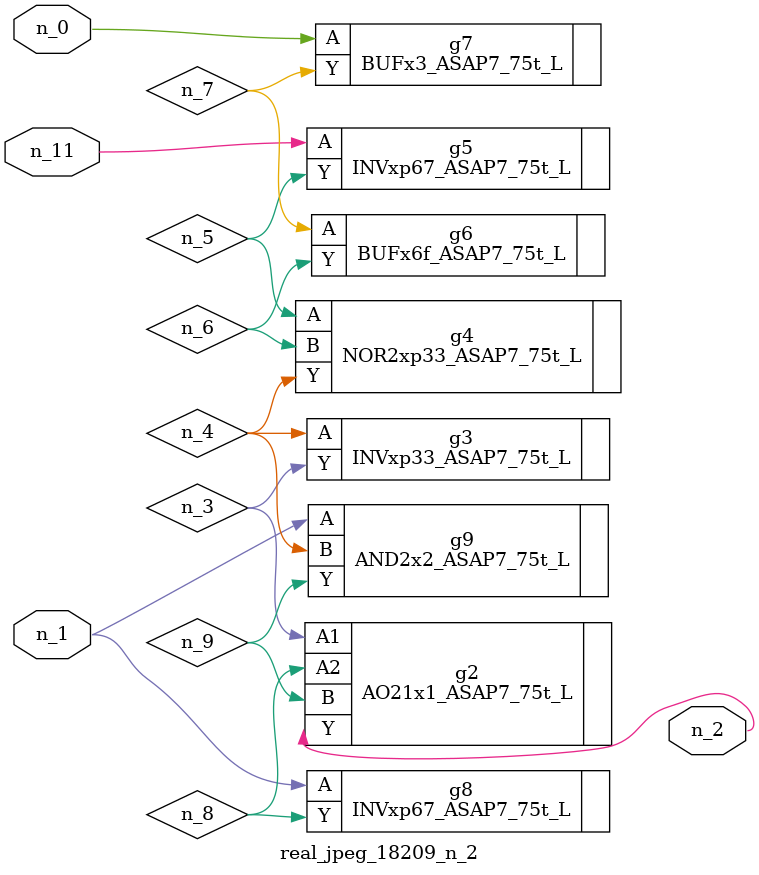
<source format=v>
module real_jpeg_18209_n_2 (n_1, n_11, n_0, n_2);

input n_1;
input n_11;
input n_0;

output n_2;

wire n_5;
wire n_8;
wire n_4;
wire n_6;
wire n_7;
wire n_3;
wire n_9;

BUFx3_ASAP7_75t_L g7 ( 
.A(n_0),
.Y(n_7)
);

INVxp67_ASAP7_75t_L g8 ( 
.A(n_1),
.Y(n_8)
);

AND2x2_ASAP7_75t_L g9 ( 
.A(n_1),
.B(n_4),
.Y(n_9)
);

AO21x1_ASAP7_75t_L g2 ( 
.A1(n_3),
.A2(n_8),
.B(n_9),
.Y(n_2)
);

INVxp33_ASAP7_75t_L g3 ( 
.A(n_4),
.Y(n_3)
);

NOR2xp33_ASAP7_75t_L g4 ( 
.A(n_5),
.B(n_6),
.Y(n_4)
);

BUFx6f_ASAP7_75t_L g6 ( 
.A(n_7),
.Y(n_6)
);

INVxp67_ASAP7_75t_L g5 ( 
.A(n_11),
.Y(n_5)
);


endmodule
</source>
